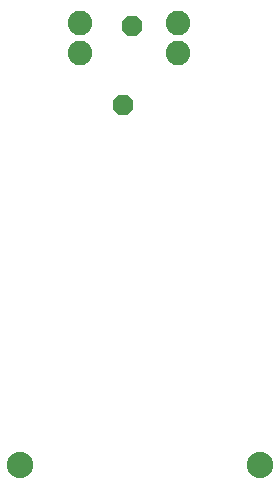
<source format=gbs>
G75*
G70*
%OFA0B0*%
%FSLAX24Y24*%
%IPPOS*%
%LPD*%
%AMOC8*
5,1,8,0,0,1.08239X$1,22.5*
%
%ADD10C,0.0820*%
%ADD11C,0.0880*%
%ADD12OC8,0.0671*%
D10*
X005772Y021324D03*
X005772Y022324D03*
X009032Y022324D03*
X009032Y021324D03*
D11*
X003757Y007600D03*
X011757Y007600D03*
D12*
X007187Y019588D03*
X007482Y022246D03*
M02*

</source>
